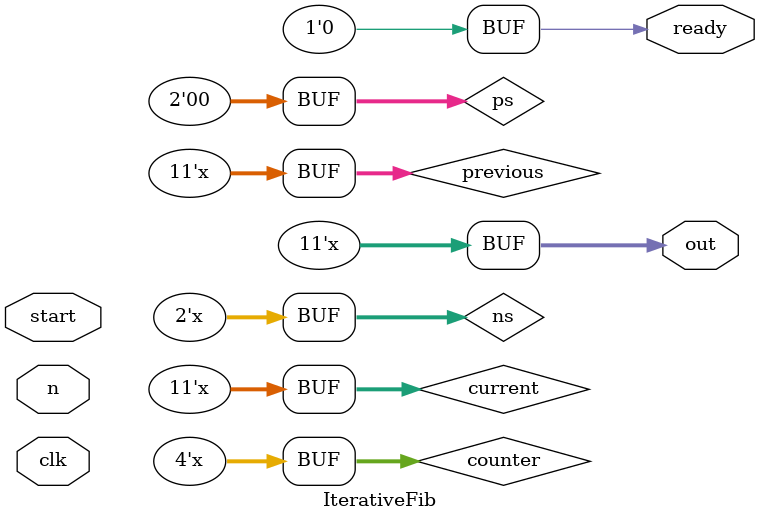
<source format=v>
`timescale 1ns/1ns

module IterativeFib(input start , clk , input[3:0] n , output reg ready , output [10:0] out);
  reg [10:0] previous, current;
  reg [3:0] counter;
  reg [1:0] ns , ps;
  
  // Calculating nth Fibonacci number
  always @(posedge clk) begin
    if(ps == 2'b10) begin
      counter <= counter + 1;
      current <= current + previous;
      previous <= current;
    end 
  end
  
  // Assigning control values
  always @(ps) begin
    ready = 1'b0;
    case(ps)
      2'b00: ready = 1;
      2'b01: begin
        previous = 11'd0;
        current = 11'd1;
        counter = 2;
      end
      2'b10: begin
        ps = 2'b10;
      end
      default ps = 2'b00;
    endcase
  end  
  
  // Changing states conditionally
  always @(ps , start , counter) begin
    case(ps)
      2'b00: ns = start ? 2'b01 : 2'b00;
      2'b01: ns = 2'b10;
      2'b10: ns = (counter == n)? 2'b00 : 2'b10;
      default ps = 2'b00;
    endcase
  end
  
  // Change present state
  always @(posedge clk) begin
    ps <= ns;
  end
  
  // Assigning to output
  assign out = current;
  
endmodule


</source>
